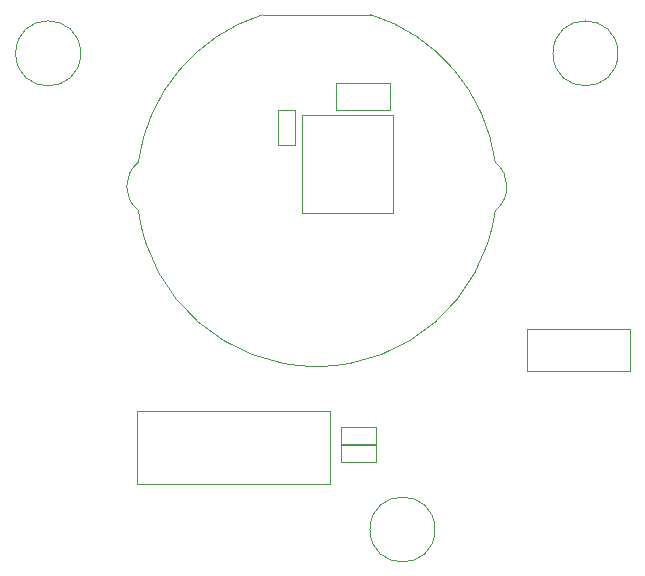
<source format=gbr>
%TF.GenerationSoftware,KiCad,Pcbnew,(5.1.9)-1*%
%TF.CreationDate,2021-09-07T12:43:22-06:00*%
%TF.ProjectId,standby_altimeter,7374616e-6462-4795-9f61-6c74696d6574,rev?*%
%TF.SameCoordinates,Original*%
%TF.FileFunction,Other,User*%
%FSLAX46Y46*%
G04 Gerber Fmt 4.6, Leading zero omitted, Abs format (unit mm)*
G04 Created by KiCad (PCBNEW (5.1.9)-1) date 2021-09-07 12:43:22*
%MOMM*%
%LPD*%
G01*
G04 APERTURE LIST*
%ADD10C,0.050000*%
%ADD11C,0.100000*%
G04 APERTURE END LIST*
D10*
%TO.C,J1*%
X189965515Y-106290452D02*
X173665515Y-106290452D01*
X173665515Y-106290452D02*
X173665515Y-112440452D01*
X173665515Y-112440452D02*
X189965515Y-112440452D01*
X189965515Y-112440452D02*
X189965515Y-106290452D01*
%TO.C,H3*%
X198852017Y-116313568D02*
G75*
G03*
X198852017Y-116313568I-2750000J0D01*
G01*
%TO.C,H2*%
X214342098Y-75997987D02*
G75*
G03*
X214342098Y-75997987I-2750000J0D01*
G01*
%TO.C,H1*%
X168852018Y-75997987D02*
G75*
G03*
X168852018Y-75997987I-2750000J0D01*
G01*
%TO.C,U1*%
X187617515Y-81207452D02*
X187617515Y-89507452D01*
X187617515Y-89507452D02*
X195317515Y-89507452D01*
X195317515Y-89507452D02*
X195317515Y-81207452D01*
X195317515Y-81207452D02*
X187617515Y-81207452D01*
%TO.C,R3*%
X190876515Y-110598452D02*
X190876515Y-109138452D01*
X190876515Y-109138452D02*
X193836515Y-109138452D01*
X193836515Y-109138452D02*
X193836515Y-110598452D01*
X193836515Y-110598452D02*
X190876515Y-110598452D01*
%TO.C,R2*%
X190876515Y-109074452D02*
X190876515Y-107614452D01*
X190876515Y-107614452D02*
X193836515Y-107614452D01*
X193836515Y-107614452D02*
X193836515Y-109074452D01*
X193836515Y-109074452D02*
X190876515Y-109074452D01*
%TO.C,R1*%
X185530515Y-80829452D02*
X186990515Y-80829452D01*
X186990515Y-80829452D02*
X186990515Y-83789452D01*
X186990515Y-83789452D02*
X185530515Y-83789452D01*
X185530515Y-83789452D02*
X185530515Y-80829452D01*
D11*
%TO.C,M1*%
X173733702Y-89302846D02*
G75*
G02*
X173734003Y-85224823I1613356J2038893D01*
G01*
X203958988Y-89311401D02*
G75*
G02*
X173734003Y-89303083I-15111930J2047448D01*
G01*
X173733597Y-85227832D02*
G75*
G02*
X184279784Y-72713953I15113461J-2036121D01*
G01*
X203960414Y-85225060D02*
G75*
G02*
X203960113Y-89303083I-1613356J-2038893D01*
G01*
X193411435Y-72713045D02*
G75*
G02*
X203960113Y-85224823I-4564377J-14550908D01*
G01*
X184279784Y-72713953D02*
X193414332Y-72713953D01*
D10*
%TO.C,J2*%
X206685515Y-102905452D02*
X215335515Y-102905452D01*
X215335515Y-102905452D02*
X215335515Y-99305452D01*
X215335515Y-99305452D02*
X206685515Y-99305452D01*
X206685515Y-99305452D02*
X206685515Y-102905452D01*
%TO.C,C1*%
X195037515Y-78492452D02*
X195037515Y-80792452D01*
X195037515Y-80792452D02*
X190437515Y-80792452D01*
X190437515Y-80792452D02*
X190437515Y-78492452D01*
X190437515Y-78492452D02*
X195037515Y-78492452D01*
%TD*%
M02*

</source>
